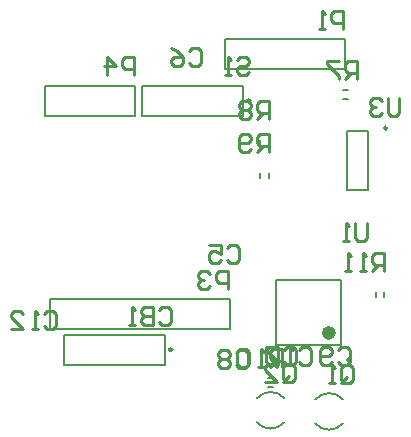
<source format=gto>
G04 Layer_Color=65535*
%FSLAX25Y25*%
%MOIN*%
G70*
G01*
G75*
%ADD17C,0.01000*%
%ADD44C,0.00984*%
%ADD45C,0.02362*%
%ADD46C,0.00787*%
D17*
X600180Y70141D02*
Y65142D01*
X599181Y64143D01*
X597181D01*
X596182Y65142D01*
Y70141D01*
X594182Y64143D02*
X592183D01*
X593183D01*
Y70141D01*
X594182Y69141D01*
X571967Y22334D02*
Y28332D01*
X568968D01*
X567968Y27332D01*
Y25333D01*
X568968Y24333D01*
X571967D01*
X569968D02*
X567968Y22334D01*
X565969D02*
X563970D01*
X564969D01*
Y28332D01*
X565969Y27332D01*
X560970D02*
X559971Y28332D01*
X557971D01*
X556972Y27332D01*
Y23334D01*
X557971Y22334D01*
X559971D01*
X560970Y23334D01*
Y27332D01*
X553560Y61769D02*
X554559Y62768D01*
X556559D01*
X557558Y61769D01*
Y57770D01*
X556559Y56770D01*
X554559D01*
X553560Y57770D01*
X547562Y62768D02*
X551560D01*
Y59769D01*
X549561Y60769D01*
X548561D01*
X547562Y59769D01*
Y57770D01*
X548561Y56770D01*
X550561D01*
X551560Y57770D01*
X605917Y54312D02*
Y60310D01*
X602918D01*
X601918Y59311D01*
Y57311D01*
X602918Y56312D01*
X605917D01*
X603918D02*
X601918Y54312D01*
X599919D02*
X597920D01*
X598919D01*
Y60310D01*
X599919Y59311D01*
X594920Y54312D02*
X592921D01*
X593921D01*
Y60310D01*
X594920Y59311D01*
X590552Y27751D02*
X591551Y28751D01*
X593551D01*
X594550Y27751D01*
Y23752D01*
X593551Y22753D01*
X591551D01*
X590552Y23752D01*
X588552D02*
X587553Y22753D01*
X585553D01*
X584554Y23752D01*
Y27751D01*
X585553Y28751D01*
X587553D01*
X588552Y27751D01*
Y26752D01*
X587553Y25752D01*
X584554D01*
X577544Y27738D02*
X578544Y28738D01*
X580543D01*
X581542Y27738D01*
Y23740D01*
X580543Y22740D01*
X578544D01*
X577544Y23740D01*
X575545Y22740D02*
X573545D01*
X574545D01*
Y28738D01*
X575545Y27738D01*
X570546D02*
X569546Y28738D01*
X567547D01*
X566547Y27738D01*
Y23740D01*
X567547Y22740D01*
X569546D01*
X570546Y23740D01*
Y27738D01*
X591627Y17919D02*
Y21917D01*
X592626Y22917D01*
X594626D01*
X595625Y21917D01*
Y17919D01*
X594626Y16919D01*
X592626D01*
X593626Y18918D02*
X591627Y16919D01*
X592626D02*
X591627Y17919D01*
X589627Y16919D02*
X587628D01*
X588627D01*
Y22917D01*
X589627Y21917D01*
X572136Y18318D02*
Y22317D01*
X573136Y23316D01*
X575135D01*
X576135Y22317D01*
Y18318D01*
X575135Y17318D01*
X573136D01*
X574135Y19318D02*
X572136Y17318D01*
X573136D02*
X572136Y18318D01*
X566138Y17318D02*
X570137D01*
X566138Y21317D01*
Y22317D01*
X567138Y23316D01*
X569137D01*
X570137Y22317D01*
X572608Y27713D02*
X573607Y28713D01*
X575607D01*
X576606Y27713D01*
Y23715D01*
X575607Y22715D01*
X573607D01*
X572608Y23715D01*
X570608Y28713D02*
X566609D01*
Y27713D01*
X570608Y23715D01*
Y22715D01*
X556548Y26719D02*
X557547Y27718D01*
X559547D01*
X560546Y26719D01*
Y22720D01*
X559547Y21721D01*
X557547D01*
X556548Y22720D01*
X554548Y26719D02*
X553549Y27718D01*
X551549D01*
X550550Y26719D01*
Y25719D01*
X551549Y24720D01*
X550550Y23720D01*
Y22720D01*
X551549Y21721D01*
X553549D01*
X554548Y22720D01*
Y23720D01*
X553549Y24720D01*
X554548Y25719D01*
Y26719D01*
X553549Y24720D02*
X551549D01*
X522400Y119400D02*
Y125398D01*
X519401D01*
X518401Y124398D01*
Y122399D01*
X519401Y121399D01*
X522400D01*
X513403Y119400D02*
Y125398D01*
X516402Y122399D01*
X512403D01*
X540732Y127610D02*
X541732Y128610D01*
X543731D01*
X544731Y127610D01*
Y123611D01*
X543731Y122612D01*
X541732D01*
X540732Y123611D01*
X534734Y128610D02*
X536733Y127610D01*
X538733Y125611D01*
Y123611D01*
X537733Y122612D01*
X535734D01*
X534734Y123611D01*
Y124611D01*
X535734Y125611D01*
X538733D01*
X592215Y134780D02*
Y140778D01*
X589216D01*
X588216Y139778D01*
Y137778D01*
X589216Y136779D01*
X592215D01*
X586217Y134780D02*
X584218D01*
X585217D01*
Y140778D01*
X586217Y139778D01*
X553901Y48202D02*
Y54200D01*
X550902D01*
X549902Y53201D01*
Y51201D01*
X550902Y50202D01*
X553901D01*
X547903Y53201D02*
X546903Y54200D01*
X544904D01*
X543904Y53201D01*
Y52201D01*
X544904Y51201D01*
X545903D01*
X544904D01*
X543904Y50202D01*
Y49202D01*
X544904Y48202D01*
X546903D01*
X547903Y49202D01*
X596950Y118350D02*
Y124348D01*
X593951D01*
X592951Y123348D01*
Y121349D01*
X593951Y120349D01*
X596950D01*
X594951D02*
X592951Y118350D01*
X590952Y124348D02*
X586953D01*
Y123348D01*
X590952Y119350D01*
Y118350D01*
X567400Y104900D02*
Y110898D01*
X564401D01*
X563401Y109898D01*
Y107899D01*
X564401Y106899D01*
X567400D01*
X565401D02*
X563401Y104900D01*
X561402Y109898D02*
X560402Y110898D01*
X558403D01*
X557403Y109898D01*
Y108899D01*
X558403Y107899D01*
X557403Y106899D01*
Y105900D01*
X558403Y104900D01*
X560402D01*
X561402Y105900D01*
Y106899D01*
X560402Y107899D01*
X561402Y108899D01*
Y109898D01*
X560402Y107899D02*
X558403D01*
X567400Y93900D02*
Y99898D01*
X564401D01*
X563401Y98898D01*
Y96899D01*
X564401Y95899D01*
X567400D01*
X565401D02*
X563401Y93900D01*
X561402Y94900D02*
X560402Y93900D01*
X558403D01*
X557403Y94900D01*
Y98898D01*
X558403Y99898D01*
X560402D01*
X561402Y98898D01*
Y97899D01*
X560402Y96899D01*
X557403D01*
X556738Y124436D02*
X557738Y125436D01*
X559737D01*
X560737Y124436D01*
Y123436D01*
X559737Y122437D01*
X557738D01*
X556738Y121437D01*
Y120438D01*
X557738Y119438D01*
X559737D01*
X560737Y120438D01*
X554739Y119438D02*
X552740D01*
X553739D01*
Y125436D01*
X554739Y124436D01*
X611000Y111798D02*
Y106800D01*
X610000Y105800D01*
X608001D01*
X607001Y106800D01*
Y111798D01*
X605002Y110798D02*
X604002Y111798D01*
X602003D01*
X601003Y110798D01*
Y109799D01*
X602003Y108799D01*
X603003D01*
X602003D01*
X601003Y107799D01*
Y106800D01*
X602003Y105800D01*
X604002D01*
X605002Y106800D01*
X492593Y39764D02*
X493592Y40764D01*
X495592D01*
X496591Y39764D01*
Y35766D01*
X495592Y34766D01*
X493592D01*
X492593Y35766D01*
X490593Y34766D02*
X488594D01*
X489594D01*
Y40764D01*
X490593Y39764D01*
X481596Y34766D02*
X485595D01*
X481596Y38765D01*
Y39764D01*
X482596Y40764D01*
X484595D01*
X485595Y39764D01*
X530720Y41352D02*
X531720Y42352D01*
X533719D01*
X534719Y41352D01*
Y37353D01*
X533719Y36353D01*
X531720D01*
X530720Y37353D01*
X528721Y42352D02*
Y36353D01*
X525722D01*
X524722Y37353D01*
Y38353D01*
X525722Y39353D01*
X528721D01*
X525722D01*
X524722Y40352D01*
Y41352D01*
X525722Y42352D01*
X528721D01*
X522723Y36353D02*
X520723D01*
X521723D01*
Y42352D01*
X522723Y41352D01*
D44*
X593642Y24512D02*
G03*
X593642Y24512I492J0D01*
G01*
X560252Y110996D02*
G03*
X560252Y110996I492J0D01*
G01*
X605957Y101847D02*
G03*
X605957Y101847I492J0D01*
G01*
X534252Y27996D02*
G03*
X534252Y27996I492J0D01*
G01*
D45*
X586260Y33567D02*
G03*
X586260Y33567I1181J0D01*
G01*
D46*
X592131Y11410D02*
G03*
X582900Y11346I-4588J-4024D01*
G01*
X582861Y3426D02*
G03*
X592092Y3362I4643J3960D01*
G01*
X572643Y11804D02*
G03*
X563412Y11740I-4588J-4024D01*
G01*
X563373Y3819D02*
G03*
X572603Y3755I4643J3960D01*
G01*
X591378Y29630D02*
X569724D01*
X591378Y51283D02*
X569724D01*
X591378Y29630D02*
Y51283D01*
X569724Y29630D02*
Y51283D01*
X568787Y18378D02*
X567213D01*
X568787Y15622D02*
X567213D01*
X603189Y45575D02*
Y47150D01*
X605945Y45575D02*
Y47150D01*
X523000Y116000D02*
X493000D01*
X523000Y106000D02*
Y116000D01*
Y106000D02*
X493000D01*
Y116000D01*
X558850Y106000D02*
Y116000D01*
Y106000D02*
X525150D01*
Y116000D01*
X558850D02*
X525150D01*
X554488Y34764D02*
X494488D01*
X554488Y44764D02*
X494488D01*
X554488Y34764D02*
Y44764D01*
X494488Y34764D02*
Y44764D01*
X564622Y85213D02*
Y86788D01*
X567378Y85213D02*
Y86788D01*
X564622Y96213D02*
Y97787D01*
X567378Y96213D02*
Y97787D01*
X600543Y81157D02*
Y100842D01*
X593457Y81157D02*
Y100842D01*
X600543D02*
X593457D01*
X600543Y81157D02*
X593457D01*
X593787Y111622D02*
X592212D01*
X593787Y114378D02*
X592212D01*
X552858Y121378D02*
Y131378D01*
X592858Y121378D02*
X552858D01*
X592858Y131378D02*
X552858D01*
X592858Y121378D02*
Y131378D01*
X532850Y23000D02*
Y33000D01*
Y23000D02*
X499150D01*
Y33000D01*
X532850D02*
X499150D01*
M02*

</source>
